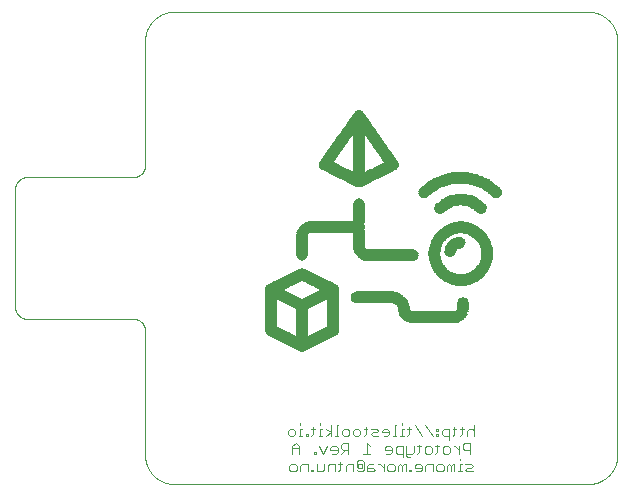
<source format=gbo>
G75*
%MOIN*%
%OFA0B0*%
%FSLAX25Y25*%
%IPPOS*%
%LPD*%
%AMOC8*
5,1,8,0,0,1.08239X$1,22.5*
%
%ADD10C,0.00000*%
%ADD11C,0.00300*%
%ADD12R,0.01102X0.00157*%
%ADD13R,0.01732X0.00157*%
%ADD14R,0.02362X0.00157*%
%ADD15R,0.02992X0.00157*%
%ADD16R,0.03622X0.00157*%
%ADD17R,0.04252X0.00157*%
%ADD18R,0.04882X0.00157*%
%ADD19R,0.05512X0.00157*%
%ADD20R,0.06142X0.00157*%
%ADD21R,0.06772X0.00157*%
%ADD22R,0.07402X0.00157*%
%ADD23R,0.08031X0.00157*%
%ADD24R,0.08661X0.00157*%
%ADD25R,0.09291X0.00157*%
%ADD26R,0.09921X0.00157*%
%ADD27R,0.10551X0.00157*%
%ADD28R,0.11181X0.00157*%
%ADD29R,0.11811X0.00157*%
%ADD30R,0.12441X0.00157*%
%ADD31R,0.13071X0.00157*%
%ADD32R,0.13701X0.00157*%
%ADD33R,0.14331X0.00157*%
%ADD34R,0.14961X0.00157*%
%ADD35R,0.15591X0.00157*%
%ADD36R,0.16220X0.00157*%
%ADD37R,0.16850X0.00157*%
%ADD38R,0.17480X0.00157*%
%ADD39R,0.18110X0.00157*%
%ADD40R,0.18740X0.00157*%
%ADD41R,0.19370X0.00157*%
%ADD42R,0.20000X0.00157*%
%ADD43R,0.20630X0.00157*%
%ADD44R,0.08504X0.00157*%
%ADD45R,0.03780X0.00157*%
%ADD46R,0.08346X0.00157*%
%ADD47R,0.08189X0.00157*%
%ADD48R,0.07874X0.00157*%
%ADD49R,0.07559X0.00157*%
%ADD50R,0.07244X0.00157*%
%ADD51R,0.07087X0.00157*%
%ADD52R,0.06457X0.00157*%
%ADD53R,0.05827X0.00157*%
%ADD54R,0.05197X0.00157*%
%ADD55R,0.04567X0.00157*%
%ADD56R,0.03937X0.00157*%
%ADD57R,0.15748X0.00157*%
%ADD58R,0.17638X0.00157*%
%ADD59R,0.18268X0.00157*%
%ADD60R,0.18898X0.00157*%
%ADD61R,0.19213X0.00157*%
%ADD62R,0.19685X0.00157*%
%ADD63R,0.20157X0.00157*%
%ADD64R,0.20472X0.00157*%
%ADD65R,0.20787X0.00157*%
%ADD66R,0.21102X0.00157*%
%ADD67R,0.21260X0.00157*%
%ADD68R,0.21417X0.00157*%
%ADD69R,0.21732X0.00157*%
%ADD70R,0.22047X0.00157*%
%ADD71R,0.22362X0.00157*%
%ADD72R,0.22520X0.00157*%
%ADD73R,0.22677X0.00157*%
%ADD74R,0.22992X0.00157*%
%ADD75R,0.23307X0.00157*%
%ADD76R,0.04409X0.00157*%
%ADD77R,0.04094X0.00157*%
%ADD78R,0.05039X0.00157*%
%ADD79R,0.05669X0.00157*%
%ADD80R,0.06299X0.00157*%
%ADD81R,0.06929X0.00157*%
%ADD82R,0.08819X0.00157*%
%ADD83R,0.09449X0.00157*%
%ADD84R,0.10079X0.00157*%
%ADD85R,0.10709X0.00157*%
%ADD86R,0.11339X0.00157*%
%ADD87R,0.11969X0.00157*%
%ADD88R,0.17953X0.00157*%
%ADD89R,0.12598X0.00157*%
%ADD90R,0.13228X0.00157*%
%ADD91R,0.13858X0.00157*%
%ADD92R,0.18425X0.00157*%
%ADD93R,0.14488X0.00157*%
%ADD94R,0.03465X0.00157*%
%ADD95R,0.15118X0.00157*%
%ADD96R,0.03307X0.00157*%
%ADD97R,0.03150X0.00157*%
%ADD98R,0.16378X0.00157*%
%ADD99R,0.02835X0.00157*%
%ADD100R,0.12126X0.00157*%
%ADD101R,0.02520X0.00157*%
%ADD102R,0.02205X0.00157*%
%ADD103R,0.11496X0.00157*%
%ADD104R,0.01575X0.00157*%
%ADD105R,0.17795X0.00157*%
%ADD106R,0.00472X0.00157*%
%ADD107R,0.10866X0.00157*%
%ADD108R,0.10236X0.00157*%
%ADD109R,0.17323X0.00157*%
%ADD110R,0.17165X0.00157*%
%ADD111R,0.09606X0.00157*%
%ADD112R,0.16535X0.00157*%
%ADD113R,0.08976X0.00157*%
%ADD114R,0.16063X0.00157*%
%ADD115R,0.14646X0.00157*%
%ADD116R,0.07717X0.00157*%
%ADD117R,0.06614X0.00157*%
%ADD118R,0.01890X0.00157*%
%ADD119R,0.05354X0.00157*%
%ADD120R,0.17008X0.00157*%
%ADD121R,0.11654X0.00157*%
%ADD122R,0.12283X0.00157*%
%ADD123R,0.12913X0.00157*%
%ADD124R,0.13543X0.00157*%
%ADD125R,0.14173X0.00157*%
%ADD126R,0.14803X0.00157*%
%ADD127R,0.15433X0.00157*%
%ADD128R,0.04724X0.00157*%
%ADD129R,0.00945X0.00157*%
%ADD130R,0.18583X0.00157*%
%ADD131R,0.02677X0.00157*%
%ADD132R,0.19528X0.00157*%
%ADD133R,0.20315X0.00157*%
%ADD134R,0.20945X0.00157*%
%ADD135R,0.05984X0.00157*%
%ADD136R,0.22205X0.00157*%
%ADD137R,0.21890X0.00157*%
%ADD138R,0.21575X0.00157*%
%ADD139R,0.01260X0.00157*%
%ADD140R,0.01417X0.00157*%
%ADD141R,0.02047X0.00157*%
%ADD142R,0.14016X0.00157*%
%ADD143R,0.13386X0.00157*%
%ADD144R,0.19055X0.00157*%
%ADD145R,0.12756X0.00157*%
%ADD146R,0.16693X0.00157*%
%ADD147R,0.15276X0.00157*%
%ADD148R,0.15906X0.00157*%
%ADD149R,0.11024X0.00157*%
%ADD150R,0.10394X0.00157*%
%ADD151R,0.00630X0.00157*%
D10*
X0056328Y0011043D02*
X0056328Y0052381D01*
X0056326Y0052505D01*
X0056320Y0052628D01*
X0056311Y0052752D01*
X0056297Y0052874D01*
X0056280Y0052997D01*
X0056258Y0053119D01*
X0056233Y0053240D01*
X0056204Y0053360D01*
X0056172Y0053479D01*
X0056135Y0053598D01*
X0056095Y0053715D01*
X0056052Y0053830D01*
X0056004Y0053945D01*
X0055953Y0054057D01*
X0055899Y0054168D01*
X0055841Y0054278D01*
X0055780Y0054385D01*
X0055715Y0054491D01*
X0055647Y0054594D01*
X0055576Y0054695D01*
X0055502Y0054794D01*
X0055425Y0054891D01*
X0055344Y0054985D01*
X0055261Y0055076D01*
X0055175Y0055165D01*
X0055086Y0055251D01*
X0054995Y0055334D01*
X0054901Y0055415D01*
X0054804Y0055492D01*
X0054705Y0055566D01*
X0054604Y0055637D01*
X0054501Y0055705D01*
X0054395Y0055770D01*
X0054288Y0055831D01*
X0054178Y0055889D01*
X0054067Y0055943D01*
X0053955Y0055994D01*
X0053840Y0056042D01*
X0053725Y0056085D01*
X0053608Y0056125D01*
X0053489Y0056162D01*
X0053370Y0056194D01*
X0053250Y0056223D01*
X0053129Y0056248D01*
X0053007Y0056270D01*
X0052884Y0056287D01*
X0052762Y0056301D01*
X0052638Y0056310D01*
X0052515Y0056316D01*
X0052391Y0056318D01*
X0016958Y0056318D01*
X0016834Y0056320D01*
X0016711Y0056326D01*
X0016587Y0056335D01*
X0016465Y0056349D01*
X0016342Y0056366D01*
X0016220Y0056388D01*
X0016099Y0056413D01*
X0015979Y0056442D01*
X0015860Y0056474D01*
X0015741Y0056511D01*
X0015624Y0056551D01*
X0015509Y0056594D01*
X0015394Y0056642D01*
X0015282Y0056693D01*
X0015171Y0056747D01*
X0015061Y0056805D01*
X0014954Y0056866D01*
X0014848Y0056931D01*
X0014745Y0056999D01*
X0014644Y0057070D01*
X0014545Y0057144D01*
X0014448Y0057221D01*
X0014354Y0057302D01*
X0014263Y0057385D01*
X0014174Y0057471D01*
X0014088Y0057560D01*
X0014005Y0057651D01*
X0013924Y0057745D01*
X0013847Y0057842D01*
X0013773Y0057941D01*
X0013702Y0058042D01*
X0013634Y0058145D01*
X0013569Y0058251D01*
X0013508Y0058358D01*
X0013450Y0058468D01*
X0013396Y0058579D01*
X0013345Y0058691D01*
X0013297Y0058806D01*
X0013254Y0058921D01*
X0013214Y0059038D01*
X0013177Y0059157D01*
X0013145Y0059276D01*
X0013116Y0059396D01*
X0013091Y0059517D01*
X0013069Y0059639D01*
X0013052Y0059762D01*
X0013038Y0059884D01*
X0013029Y0060008D01*
X0013023Y0060131D01*
X0013021Y0060255D01*
X0013021Y0099625D01*
X0013023Y0099749D01*
X0013029Y0099872D01*
X0013038Y0099996D01*
X0013052Y0100118D01*
X0013069Y0100241D01*
X0013091Y0100363D01*
X0013116Y0100484D01*
X0013145Y0100604D01*
X0013177Y0100723D01*
X0013214Y0100842D01*
X0013254Y0100959D01*
X0013297Y0101074D01*
X0013345Y0101189D01*
X0013396Y0101301D01*
X0013450Y0101412D01*
X0013508Y0101522D01*
X0013569Y0101629D01*
X0013634Y0101735D01*
X0013702Y0101838D01*
X0013773Y0101939D01*
X0013847Y0102038D01*
X0013924Y0102135D01*
X0014005Y0102229D01*
X0014088Y0102320D01*
X0014174Y0102409D01*
X0014263Y0102495D01*
X0014354Y0102578D01*
X0014448Y0102659D01*
X0014545Y0102736D01*
X0014644Y0102810D01*
X0014745Y0102881D01*
X0014848Y0102949D01*
X0014954Y0103014D01*
X0015061Y0103075D01*
X0015171Y0103133D01*
X0015282Y0103187D01*
X0015394Y0103238D01*
X0015509Y0103286D01*
X0015624Y0103329D01*
X0015741Y0103369D01*
X0015860Y0103406D01*
X0015979Y0103438D01*
X0016099Y0103467D01*
X0016220Y0103492D01*
X0016342Y0103514D01*
X0016465Y0103531D01*
X0016587Y0103545D01*
X0016711Y0103554D01*
X0016834Y0103560D01*
X0016958Y0103562D01*
X0052391Y0103562D01*
X0052515Y0103564D01*
X0052638Y0103570D01*
X0052762Y0103579D01*
X0052884Y0103593D01*
X0053007Y0103610D01*
X0053129Y0103632D01*
X0053250Y0103657D01*
X0053370Y0103686D01*
X0053489Y0103718D01*
X0053608Y0103755D01*
X0053725Y0103795D01*
X0053840Y0103838D01*
X0053955Y0103886D01*
X0054067Y0103937D01*
X0054178Y0103991D01*
X0054288Y0104049D01*
X0054395Y0104110D01*
X0054501Y0104175D01*
X0054604Y0104243D01*
X0054705Y0104314D01*
X0054804Y0104388D01*
X0054901Y0104465D01*
X0054995Y0104546D01*
X0055086Y0104629D01*
X0055175Y0104715D01*
X0055261Y0104804D01*
X0055344Y0104895D01*
X0055425Y0104989D01*
X0055502Y0105086D01*
X0055576Y0105185D01*
X0055647Y0105286D01*
X0055715Y0105389D01*
X0055780Y0105495D01*
X0055841Y0105602D01*
X0055899Y0105712D01*
X0055953Y0105823D01*
X0056004Y0105935D01*
X0056052Y0106050D01*
X0056095Y0106165D01*
X0056135Y0106282D01*
X0056172Y0106401D01*
X0056204Y0106520D01*
X0056233Y0106640D01*
X0056258Y0106761D01*
X0056280Y0106883D01*
X0056297Y0107006D01*
X0056311Y0107128D01*
X0056320Y0107252D01*
X0056326Y0107375D01*
X0056328Y0107499D01*
X0056328Y0148838D01*
X0056331Y0149076D01*
X0056339Y0149314D01*
X0056354Y0149551D01*
X0056374Y0149788D01*
X0056400Y0150024D01*
X0056431Y0150260D01*
X0056468Y0150495D01*
X0056511Y0150729D01*
X0056560Y0150962D01*
X0056614Y0151194D01*
X0056674Y0151424D01*
X0056739Y0151653D01*
X0056810Y0151880D01*
X0056886Y0152105D01*
X0056968Y0152328D01*
X0057055Y0152550D01*
X0057147Y0152769D01*
X0057245Y0152986D01*
X0057347Y0153200D01*
X0057455Y0153412D01*
X0057569Y0153622D01*
X0057687Y0153828D01*
X0057810Y0154032D01*
X0057938Y0154232D01*
X0058070Y0154429D01*
X0058208Y0154624D01*
X0058350Y0154814D01*
X0058497Y0155002D01*
X0058648Y0155185D01*
X0058803Y0155365D01*
X0058963Y0155541D01*
X0059127Y0155713D01*
X0059296Y0155882D01*
X0059468Y0156046D01*
X0059644Y0156206D01*
X0059824Y0156361D01*
X0060007Y0156512D01*
X0060195Y0156659D01*
X0060385Y0156801D01*
X0060580Y0156939D01*
X0060777Y0157071D01*
X0060977Y0157199D01*
X0061181Y0157322D01*
X0061387Y0157440D01*
X0061597Y0157554D01*
X0061809Y0157662D01*
X0062023Y0157764D01*
X0062240Y0157862D01*
X0062459Y0157954D01*
X0062681Y0158041D01*
X0062904Y0158123D01*
X0063129Y0158199D01*
X0063356Y0158270D01*
X0063585Y0158335D01*
X0063815Y0158395D01*
X0064047Y0158449D01*
X0064280Y0158498D01*
X0064514Y0158541D01*
X0064749Y0158578D01*
X0064985Y0158609D01*
X0065221Y0158635D01*
X0065458Y0158655D01*
X0065695Y0158670D01*
X0065933Y0158678D01*
X0066171Y0158681D01*
X0066171Y0158680D02*
X0203966Y0158680D01*
X0203966Y0158681D02*
X0204204Y0158678D01*
X0204442Y0158670D01*
X0204679Y0158655D01*
X0204916Y0158635D01*
X0205152Y0158609D01*
X0205388Y0158578D01*
X0205623Y0158541D01*
X0205857Y0158498D01*
X0206090Y0158449D01*
X0206322Y0158395D01*
X0206552Y0158335D01*
X0206781Y0158270D01*
X0207008Y0158199D01*
X0207233Y0158123D01*
X0207456Y0158041D01*
X0207678Y0157954D01*
X0207897Y0157862D01*
X0208114Y0157764D01*
X0208328Y0157662D01*
X0208540Y0157554D01*
X0208750Y0157440D01*
X0208956Y0157322D01*
X0209160Y0157199D01*
X0209360Y0157071D01*
X0209557Y0156939D01*
X0209752Y0156801D01*
X0209942Y0156659D01*
X0210130Y0156512D01*
X0210313Y0156361D01*
X0210493Y0156206D01*
X0210669Y0156046D01*
X0210841Y0155882D01*
X0211010Y0155713D01*
X0211174Y0155541D01*
X0211334Y0155365D01*
X0211489Y0155185D01*
X0211640Y0155002D01*
X0211787Y0154814D01*
X0211929Y0154624D01*
X0212067Y0154429D01*
X0212199Y0154232D01*
X0212327Y0154032D01*
X0212450Y0153828D01*
X0212568Y0153622D01*
X0212682Y0153412D01*
X0212790Y0153200D01*
X0212892Y0152986D01*
X0212990Y0152769D01*
X0213082Y0152550D01*
X0213169Y0152328D01*
X0213251Y0152105D01*
X0213327Y0151880D01*
X0213398Y0151653D01*
X0213463Y0151424D01*
X0213523Y0151194D01*
X0213577Y0150962D01*
X0213626Y0150729D01*
X0213669Y0150495D01*
X0213706Y0150260D01*
X0213737Y0150024D01*
X0213763Y0149788D01*
X0213783Y0149551D01*
X0213798Y0149314D01*
X0213806Y0149076D01*
X0213809Y0148838D01*
X0213808Y0148838D02*
X0213808Y0011043D01*
X0213809Y0011043D02*
X0213806Y0010805D01*
X0213798Y0010567D01*
X0213783Y0010330D01*
X0213763Y0010093D01*
X0213737Y0009857D01*
X0213706Y0009621D01*
X0213669Y0009386D01*
X0213626Y0009152D01*
X0213577Y0008919D01*
X0213523Y0008687D01*
X0213463Y0008457D01*
X0213398Y0008228D01*
X0213327Y0008001D01*
X0213251Y0007776D01*
X0213169Y0007553D01*
X0213082Y0007331D01*
X0212990Y0007112D01*
X0212892Y0006895D01*
X0212790Y0006681D01*
X0212682Y0006469D01*
X0212568Y0006259D01*
X0212450Y0006053D01*
X0212327Y0005849D01*
X0212199Y0005649D01*
X0212067Y0005452D01*
X0211929Y0005257D01*
X0211787Y0005067D01*
X0211640Y0004879D01*
X0211489Y0004696D01*
X0211334Y0004516D01*
X0211174Y0004340D01*
X0211010Y0004168D01*
X0210841Y0003999D01*
X0210669Y0003835D01*
X0210493Y0003675D01*
X0210313Y0003520D01*
X0210130Y0003369D01*
X0209942Y0003222D01*
X0209752Y0003080D01*
X0209557Y0002942D01*
X0209360Y0002810D01*
X0209160Y0002682D01*
X0208956Y0002559D01*
X0208750Y0002441D01*
X0208540Y0002327D01*
X0208328Y0002219D01*
X0208114Y0002117D01*
X0207897Y0002019D01*
X0207678Y0001927D01*
X0207456Y0001840D01*
X0207233Y0001758D01*
X0207008Y0001682D01*
X0206781Y0001611D01*
X0206552Y0001546D01*
X0206322Y0001486D01*
X0206090Y0001432D01*
X0205857Y0001383D01*
X0205623Y0001340D01*
X0205388Y0001303D01*
X0205152Y0001272D01*
X0204916Y0001246D01*
X0204679Y0001226D01*
X0204442Y0001211D01*
X0204204Y0001203D01*
X0203966Y0001200D01*
X0066171Y0001200D01*
X0065933Y0001203D01*
X0065695Y0001211D01*
X0065458Y0001226D01*
X0065221Y0001246D01*
X0064985Y0001272D01*
X0064749Y0001303D01*
X0064514Y0001340D01*
X0064280Y0001383D01*
X0064047Y0001432D01*
X0063815Y0001486D01*
X0063585Y0001546D01*
X0063356Y0001611D01*
X0063129Y0001682D01*
X0062904Y0001758D01*
X0062681Y0001840D01*
X0062459Y0001927D01*
X0062240Y0002019D01*
X0062023Y0002117D01*
X0061809Y0002219D01*
X0061597Y0002327D01*
X0061387Y0002441D01*
X0061181Y0002559D01*
X0060977Y0002682D01*
X0060777Y0002810D01*
X0060580Y0002942D01*
X0060385Y0003080D01*
X0060195Y0003222D01*
X0060007Y0003369D01*
X0059824Y0003520D01*
X0059644Y0003675D01*
X0059468Y0003835D01*
X0059296Y0003999D01*
X0059127Y0004168D01*
X0058963Y0004340D01*
X0058803Y0004516D01*
X0058648Y0004696D01*
X0058497Y0004879D01*
X0058350Y0005067D01*
X0058208Y0005257D01*
X0058070Y0005452D01*
X0057938Y0005649D01*
X0057810Y0005849D01*
X0057687Y0006053D01*
X0057569Y0006259D01*
X0057455Y0006469D01*
X0057347Y0006681D01*
X0057245Y0006895D01*
X0057147Y0007112D01*
X0057055Y0007331D01*
X0056968Y0007553D01*
X0056886Y0007776D01*
X0056810Y0008001D01*
X0056739Y0008228D01*
X0056674Y0008457D01*
X0056614Y0008687D01*
X0056560Y0008919D01*
X0056511Y0009152D01*
X0056468Y0009386D01*
X0056431Y0009621D01*
X0056400Y0009857D01*
X0056374Y0010093D01*
X0056354Y0010330D01*
X0056339Y0010567D01*
X0056331Y0010805D01*
X0056328Y0011043D01*
D11*
X0103894Y0017874D02*
X0104500Y0017267D01*
X0105714Y0017267D01*
X0106320Y0017874D01*
X0106320Y0019087D01*
X0105714Y0019694D01*
X0104500Y0019694D01*
X0103894Y0019087D01*
X0103894Y0017874D01*
X0107524Y0017267D02*
X0108737Y0017267D01*
X0108130Y0017267D02*
X0108130Y0019694D01*
X0108737Y0019694D01*
X0108130Y0020907D02*
X0108130Y0021514D01*
X0111753Y0019694D02*
X0112966Y0019694D01*
X0112360Y0020301D02*
X0112360Y0017874D01*
X0111753Y0017267D01*
X0110550Y0017267D02*
X0109943Y0017267D01*
X0109943Y0017874D01*
X0110550Y0017874D01*
X0110550Y0017267D01*
X0114170Y0017267D02*
X0115383Y0017267D01*
X0114777Y0017267D02*
X0114777Y0019694D01*
X0115383Y0019694D01*
X0116584Y0019694D02*
X0118404Y0018481D01*
X0116584Y0017267D01*
X0118404Y0017267D02*
X0118404Y0020907D01*
X0120214Y0020907D02*
X0120214Y0017267D01*
X0119608Y0017267D02*
X0120821Y0017267D01*
X0122019Y0017874D02*
X0122019Y0019087D01*
X0122626Y0019694D01*
X0123839Y0019694D01*
X0124446Y0019087D01*
X0124446Y0017874D01*
X0123839Y0017267D01*
X0122626Y0017267D01*
X0122019Y0017874D01*
X0122324Y0015002D02*
X0121717Y0014395D01*
X0121717Y0013182D01*
X0122324Y0012575D01*
X0124144Y0012575D01*
X0124144Y0011362D02*
X0124144Y0015002D01*
X0122324Y0015002D01*
X0120519Y0013182D02*
X0119912Y0013789D01*
X0118699Y0013789D01*
X0118092Y0013182D01*
X0118092Y0012575D01*
X0120519Y0012575D01*
X0120519Y0011968D02*
X0120519Y0013182D01*
X0120519Y0011968D02*
X0119912Y0011362D01*
X0118699Y0011362D01*
X0121717Y0011362D02*
X0122931Y0012575D01*
X0121423Y0008490D02*
X0121423Y0006063D01*
X0120816Y0005456D01*
X0119613Y0005456D02*
X0119613Y0007883D01*
X0117792Y0007883D01*
X0117186Y0007276D01*
X0117186Y0005456D01*
X0115987Y0006063D02*
X0115987Y0007883D01*
X0115987Y0006063D02*
X0115381Y0005456D01*
X0113561Y0005456D01*
X0113561Y0007883D01*
X0112362Y0006063D02*
X0111756Y0006063D01*
X0111756Y0005456D01*
X0112362Y0005456D01*
X0112362Y0006063D01*
X0110550Y0005456D02*
X0110550Y0007883D01*
X0108730Y0007883D01*
X0108123Y0007276D01*
X0108123Y0005456D01*
X0106925Y0006063D02*
X0106925Y0007276D01*
X0106318Y0007883D01*
X0105105Y0007883D01*
X0104498Y0007276D01*
X0104498Y0006063D01*
X0105105Y0005456D01*
X0106318Y0005456D01*
X0106925Y0006063D01*
X0107831Y0011362D02*
X0107831Y0013789D01*
X0106617Y0015002D01*
X0105404Y0013789D01*
X0105404Y0011362D01*
X0105404Y0013182D02*
X0107831Y0013182D01*
X0112662Y0011968D02*
X0112662Y0011362D01*
X0113269Y0011362D01*
X0113269Y0011968D01*
X0112662Y0011968D01*
X0114467Y0013789D02*
X0115680Y0011362D01*
X0116894Y0013789D01*
X0120816Y0007883D02*
X0122029Y0007883D01*
X0123228Y0007276D02*
X0123228Y0005456D01*
X0123228Y0007276D02*
X0123834Y0007883D01*
X0125654Y0007883D01*
X0125654Y0005456D01*
X0126853Y0006063D02*
X0127459Y0005456D01*
X0128673Y0005456D01*
X0129280Y0006063D01*
X0129280Y0008490D01*
X0128673Y0009096D01*
X0127459Y0009096D01*
X0126853Y0008490D01*
X0126853Y0007276D01*
X0127459Y0006670D01*
X0127459Y0007883D01*
X0128673Y0007883D01*
X0128673Y0006670D01*
X0127459Y0006670D01*
X0130478Y0006670D02*
X0132298Y0006670D01*
X0132905Y0006063D01*
X0132298Y0005456D01*
X0130478Y0005456D01*
X0130478Y0007276D01*
X0131085Y0007883D01*
X0132298Y0007883D01*
X0134106Y0007883D02*
X0134712Y0007883D01*
X0135926Y0006670D01*
X0135926Y0007883D02*
X0135926Y0005456D01*
X0137124Y0006063D02*
X0137124Y0007276D01*
X0137731Y0007883D01*
X0138944Y0007883D01*
X0139551Y0007276D01*
X0139551Y0006063D01*
X0138944Y0005456D01*
X0137731Y0005456D01*
X0137124Y0006063D01*
X0140749Y0005456D02*
X0140749Y0007276D01*
X0141356Y0007883D01*
X0141963Y0007276D01*
X0141963Y0005456D01*
X0143176Y0005456D02*
X0143176Y0007883D01*
X0142569Y0007883D01*
X0141963Y0007276D01*
X0144382Y0006063D02*
X0144382Y0005456D01*
X0144988Y0005456D01*
X0144988Y0006063D01*
X0144382Y0006063D01*
X0146187Y0006670D02*
X0148614Y0006670D01*
X0148614Y0007276D02*
X0148007Y0007883D01*
X0146794Y0007883D01*
X0146187Y0007276D01*
X0146187Y0006670D01*
X0146794Y0005456D02*
X0148007Y0005456D01*
X0148614Y0006063D01*
X0148614Y0007276D01*
X0149812Y0007276D02*
X0149812Y0005456D01*
X0149812Y0007276D02*
X0150419Y0007883D01*
X0152239Y0007883D01*
X0152239Y0005456D01*
X0153437Y0006063D02*
X0153437Y0007276D01*
X0154044Y0007883D01*
X0155257Y0007883D01*
X0155864Y0007276D01*
X0155864Y0006063D01*
X0155257Y0005456D01*
X0154044Y0005456D01*
X0153437Y0006063D01*
X0157062Y0005456D02*
X0157062Y0007276D01*
X0157669Y0007883D01*
X0158276Y0007276D01*
X0158276Y0005456D01*
X0159489Y0005456D02*
X0159489Y0007883D01*
X0158882Y0007883D01*
X0158276Y0007276D01*
X0160692Y0005456D02*
X0161906Y0005456D01*
X0161299Y0005456D02*
X0161299Y0007883D01*
X0161906Y0007883D01*
X0163104Y0007883D02*
X0164924Y0007883D01*
X0165531Y0007276D01*
X0164924Y0006670D01*
X0163711Y0006670D01*
X0163104Y0006063D01*
X0163711Y0005456D01*
X0165531Y0005456D01*
X0161299Y0009096D02*
X0161299Y0009703D01*
X0160999Y0011362D02*
X0160999Y0013789D01*
X0159786Y0013789D02*
X0159179Y0013789D01*
X0159786Y0013789D02*
X0160999Y0012575D01*
X0162198Y0013182D02*
X0162805Y0012575D01*
X0164625Y0012575D01*
X0164625Y0011362D02*
X0164625Y0015002D01*
X0162805Y0015002D01*
X0162198Y0014395D01*
X0162198Y0013182D01*
X0161297Y0017267D02*
X0161903Y0017874D01*
X0161903Y0020301D01*
X0161297Y0019694D02*
X0162510Y0019694D01*
X0163708Y0019087D02*
X0163708Y0017267D01*
X0163708Y0019087D02*
X0164315Y0019694D01*
X0165528Y0019694D01*
X0166135Y0019087D01*
X0166135Y0020907D02*
X0166135Y0017267D01*
X0160093Y0019694D02*
X0158880Y0019694D01*
X0159487Y0020301D02*
X0159487Y0017874D01*
X0158880Y0017267D01*
X0157676Y0017267D02*
X0155856Y0017267D01*
X0155250Y0017874D01*
X0155250Y0019087D01*
X0155856Y0019694D01*
X0157676Y0019694D01*
X0157676Y0016054D01*
X0157372Y0013789D02*
X0156158Y0013789D01*
X0155552Y0013182D01*
X0155552Y0011968D01*
X0156158Y0011362D01*
X0157372Y0011362D01*
X0157979Y0011968D01*
X0157979Y0013182D01*
X0157372Y0013789D01*
X0154353Y0013789D02*
X0153140Y0013789D01*
X0153747Y0014395D02*
X0153747Y0011968D01*
X0153140Y0011362D01*
X0151937Y0011968D02*
X0151937Y0013182D01*
X0151330Y0013789D01*
X0150117Y0013789D01*
X0149510Y0013182D01*
X0149510Y0011968D01*
X0150117Y0011362D01*
X0151330Y0011362D01*
X0151937Y0011968D01*
X0148312Y0013789D02*
X0147098Y0013789D01*
X0147705Y0014395D02*
X0147705Y0011968D01*
X0147098Y0011362D01*
X0145895Y0011968D02*
X0145895Y0013789D01*
X0145895Y0011968D02*
X0145288Y0011362D01*
X0143468Y0011362D01*
X0143468Y0010755D02*
X0144075Y0010148D01*
X0144681Y0010148D01*
X0143468Y0010755D02*
X0143468Y0013789D01*
X0142270Y0013789D02*
X0140450Y0013789D01*
X0139843Y0013182D01*
X0139843Y0011968D01*
X0140450Y0011362D01*
X0142270Y0011362D01*
X0142270Y0010148D02*
X0142270Y0013789D01*
X0142572Y0017267D02*
X0141358Y0017267D01*
X0141965Y0017267D02*
X0141965Y0019694D01*
X0142572Y0019694D01*
X0143775Y0019694D02*
X0144988Y0019694D01*
X0144382Y0020301D02*
X0144382Y0017874D01*
X0143775Y0017267D01*
X0140155Y0017267D02*
X0138942Y0017267D01*
X0139548Y0017267D02*
X0139548Y0020907D01*
X0140155Y0020907D01*
X0141965Y0020907D02*
X0141965Y0021514D01*
X0146187Y0020907D02*
X0148614Y0017267D01*
X0152239Y0017267D02*
X0149812Y0020907D01*
X0153445Y0019694D02*
X0153445Y0019087D01*
X0154051Y0019087D01*
X0154051Y0019694D01*
X0153445Y0019694D01*
X0153445Y0017874D02*
X0153445Y0017267D01*
X0154051Y0017267D01*
X0154051Y0017874D01*
X0153445Y0017874D01*
X0138644Y0013182D02*
X0138644Y0011968D01*
X0138038Y0011362D01*
X0136824Y0011362D01*
X0136218Y0012575D02*
X0138644Y0012575D01*
X0138644Y0013182D02*
X0138038Y0013789D01*
X0136824Y0013789D01*
X0136218Y0013182D01*
X0136218Y0012575D01*
X0131394Y0011362D02*
X0128967Y0011362D01*
X0130181Y0011362D02*
X0130181Y0015002D01*
X0131394Y0013789D01*
X0132293Y0017267D02*
X0131686Y0017874D01*
X0132293Y0018481D01*
X0133506Y0018481D01*
X0134113Y0019087D01*
X0133506Y0019694D01*
X0131686Y0019694D01*
X0130488Y0019694D02*
X0129275Y0019694D01*
X0129881Y0020301D02*
X0129881Y0017874D01*
X0129275Y0017267D01*
X0128071Y0017874D02*
X0127465Y0017267D01*
X0126251Y0017267D01*
X0125644Y0017874D01*
X0125644Y0019087D01*
X0126251Y0019694D01*
X0127465Y0019694D01*
X0128071Y0019087D01*
X0128071Y0017874D01*
X0132293Y0017267D02*
X0134113Y0017267D01*
X0135311Y0018481D02*
X0137738Y0018481D01*
X0137738Y0019087D02*
X0137132Y0019694D01*
X0135918Y0019694D01*
X0135311Y0019087D01*
X0135311Y0018481D01*
X0135918Y0017267D02*
X0137132Y0017267D01*
X0137738Y0017874D01*
X0137738Y0019087D01*
X0120821Y0020907D02*
X0120214Y0020907D01*
X0114777Y0020907D02*
X0114777Y0021514D01*
D12*
X0108769Y0045294D03*
X0158060Y0076948D03*
X0127667Y0100098D03*
D13*
X0108612Y0075846D03*
X0108769Y0045452D03*
X0160895Y0083247D03*
D14*
X0158060Y0077263D03*
X0168297Y0091594D03*
X0149399Y0096791D03*
X0127667Y0125137D03*
X0108769Y0045609D03*
D15*
X0108769Y0045767D03*
X0158060Y0077578D03*
X0160738Y0082932D03*
X0154753Y0091909D03*
X0149399Y0097106D03*
X0168297Y0091909D03*
X0127667Y0124822D03*
D16*
X0154753Y0092224D03*
X0158060Y0078208D03*
X0158060Y0078050D03*
X0162312Y0061987D03*
X0162312Y0061830D03*
X0173336Y0097420D03*
X0108612Y0076948D03*
X0108769Y0045924D03*
D17*
X0108769Y0046082D03*
X0118848Y0053326D03*
X0098533Y0053326D03*
X0142312Y0060728D03*
X0153966Y0073641D03*
X0153808Y0073956D03*
X0153651Y0074113D03*
X0153651Y0074271D03*
X0158375Y0079310D03*
X0153808Y0081672D03*
X0153808Y0081830D03*
X0153966Y0081987D03*
X0153651Y0081515D03*
X0169241Y0081987D03*
X0169399Y0081672D03*
X0169556Y0081515D03*
X0169556Y0081357D03*
X0169556Y0074271D03*
X0169556Y0074113D03*
X0169399Y0073956D03*
X0169241Y0073641D03*
X0167982Y0092696D03*
X0173178Y0097893D03*
X0149714Y0097893D03*
D18*
X0150029Y0098365D03*
X0138375Y0108129D03*
X0127667Y0123562D03*
X0172864Y0098365D03*
X0168297Y0083247D03*
X0168454Y0083090D03*
X0160423Y0082145D03*
X0154911Y0083247D03*
X0154753Y0083090D03*
X0154753Y0072539D03*
X0154911Y0072381D03*
X0168297Y0072381D03*
X0168454Y0072539D03*
X0141840Y0061200D03*
X0118533Y0053011D03*
X0108769Y0046239D03*
X0098848Y0053011D03*
D19*
X0099163Y0052696D03*
X0108769Y0046397D03*
X0118218Y0052696D03*
X0155541Y0071751D03*
X0159163Y0079783D03*
X0160265Y0081672D03*
X0155541Y0083877D03*
X0167667Y0083877D03*
X0167352Y0093326D03*
X0161525Y0097420D03*
X0150344Y0098838D03*
X0138060Y0107814D03*
X0127667Y0123090D03*
X0167667Y0071751D03*
D20*
X0166879Y0071279D03*
X0156328Y0071279D03*
X0159635Y0080413D03*
X0159793Y0080728D03*
X0156328Y0084350D03*
X0166879Y0084350D03*
X0171761Y0099468D03*
X0151289Y0099625D03*
X0151131Y0099468D03*
X0137745Y0107499D03*
X0127667Y0122617D03*
X0117430Y0107657D03*
X0117903Y0065767D03*
X0099478Y0065767D03*
X0099478Y0052381D03*
X0108769Y0046554D03*
X0117903Y0052381D03*
D21*
X0117588Y0052066D03*
X0108769Y0046712D03*
X0099793Y0052066D03*
X0099793Y0065452D03*
X0117588Y0065452D03*
X0156643Y0071121D03*
X0166564Y0071121D03*
X0166564Y0093798D03*
X0170816Y0100098D03*
X0152076Y0100098D03*
X0137430Y0107184D03*
X0127667Y0122145D03*
X0117745Y0107342D03*
D22*
X0127667Y0121672D03*
X0137115Y0106869D03*
X0152864Y0100570D03*
X0169871Y0100570D03*
X0166092Y0084665D03*
X0157115Y0084665D03*
X0157115Y0070964D03*
X0166092Y0070964D03*
X0117273Y0065137D03*
X0117273Y0051751D03*
X0108769Y0046869D03*
X0100108Y0065137D03*
X0100265Y0066554D03*
D23*
X0100423Y0064822D03*
X0100738Y0051279D03*
X0108769Y0047027D03*
X0116643Y0051279D03*
X0116958Y0064822D03*
X0116801Y0066869D03*
X0153651Y0100885D03*
X0136486Y0106397D03*
X0118690Y0106554D03*
D24*
X0119635Y0105924D03*
X0119950Y0105767D03*
X0120265Y0105609D03*
X0120580Y0105452D03*
X0120895Y0105294D03*
X0121210Y0105137D03*
X0127667Y0120885D03*
X0154123Y0101043D03*
X0168769Y0101043D03*
X0116643Y0064507D03*
X0100738Y0064507D03*
X0115068Y0050334D03*
X0115383Y0050491D03*
X0115698Y0050649D03*
X0108769Y0047184D03*
D25*
X0108769Y0047342D03*
X0116328Y0064192D03*
X0101052Y0064192D03*
X0161525Y0096791D03*
X0168139Y0101200D03*
X0127667Y0120413D03*
D26*
X0127667Y0119940D03*
X0161525Y0096633D03*
X0116013Y0063877D03*
X0101367Y0063877D03*
X0108769Y0047499D03*
D27*
X0108769Y0047657D03*
X0115698Y0063562D03*
X0101682Y0063562D03*
X0161525Y0096476D03*
X0127667Y0119468D03*
D28*
X0127667Y0118995D03*
X0161525Y0104192D03*
X0161525Y0096318D03*
X0115383Y0063247D03*
X0101997Y0063247D03*
X0108769Y0047814D03*
D29*
X0108769Y0047972D03*
X0115068Y0062932D03*
X0102312Y0062932D03*
X0127667Y0118523D03*
D30*
X0132864Y0065137D03*
X0108769Y0048129D03*
D31*
X0108769Y0048287D03*
X0161525Y0095688D03*
X0127667Y0117735D03*
D32*
X0108769Y0048444D03*
D33*
X0108769Y0048602D03*
X0161525Y0095216D03*
D34*
X0161525Y0094901D03*
X0108769Y0048759D03*
D35*
X0108769Y0048917D03*
D36*
X0108769Y0049074D03*
D37*
X0108769Y0049231D03*
X0133651Y0064035D03*
X0152549Y0055058D03*
D38*
X0133808Y0063562D03*
X0108769Y0049389D03*
D39*
X0108769Y0049546D03*
X0134123Y0062932D03*
D40*
X0108769Y0049704D03*
D41*
X0108769Y0049861D03*
X0137588Y0076318D03*
X0119793Y0088287D03*
D42*
X0119478Y0087972D03*
X0137430Y0076633D03*
X0108769Y0050019D03*
D43*
X0108769Y0050176D03*
X0136171Y0078995D03*
X0119163Y0087657D03*
D44*
X0113257Y0068759D03*
X0113572Y0068602D03*
X0113887Y0068444D03*
X0114202Y0068287D03*
X0114517Y0068129D03*
X0114832Y0067972D03*
X0115147Y0067814D03*
X0115462Y0067657D03*
X0115777Y0067499D03*
X0104123Y0068759D03*
X0103808Y0068602D03*
X0103493Y0068444D03*
X0103178Y0068287D03*
X0102864Y0068129D03*
X0102549Y0067972D03*
X0102234Y0067814D03*
X0101919Y0067657D03*
X0101446Y0050806D03*
X0101761Y0050649D03*
X0102076Y0050491D03*
X0102391Y0050334D03*
X0115934Y0050806D03*
X0133887Y0104980D03*
X0134202Y0105137D03*
X0134517Y0105294D03*
X0134832Y0105452D03*
X0135147Y0105609D03*
X0135462Y0105767D03*
X0129950Y0117578D03*
X0119399Y0106082D03*
D45*
X0127588Y0106082D03*
X0127588Y0106239D03*
X0127588Y0106397D03*
X0127588Y0106554D03*
X0127588Y0106712D03*
X0127588Y0106869D03*
X0127588Y0107027D03*
X0127588Y0107184D03*
X0127588Y0107342D03*
X0127588Y0107499D03*
X0127588Y0107657D03*
X0127588Y0107814D03*
X0127588Y0107972D03*
X0127588Y0108129D03*
X0127588Y0108287D03*
X0127588Y0108444D03*
X0127588Y0108602D03*
X0127588Y0108759D03*
X0127588Y0108917D03*
X0127588Y0109074D03*
X0127588Y0109231D03*
X0127588Y0109389D03*
X0127588Y0109546D03*
X0127588Y0109704D03*
X0127588Y0109861D03*
X0127588Y0110019D03*
X0127588Y0110176D03*
X0127588Y0110334D03*
X0127588Y0110491D03*
X0127588Y0110649D03*
X0127588Y0110806D03*
X0127588Y0110964D03*
X0127588Y0111121D03*
X0127588Y0111279D03*
X0127588Y0111436D03*
X0127588Y0111594D03*
X0127588Y0111751D03*
X0127588Y0111909D03*
X0127588Y0112066D03*
X0127588Y0112224D03*
X0127588Y0112381D03*
X0127588Y0112539D03*
X0127588Y0112696D03*
X0127588Y0112854D03*
X0127588Y0113011D03*
X0127588Y0113169D03*
X0127588Y0113326D03*
X0127588Y0113483D03*
X0127588Y0113641D03*
X0127588Y0113798D03*
X0127588Y0113956D03*
X0127588Y0114113D03*
X0127588Y0114271D03*
X0127588Y0114428D03*
X0127588Y0114586D03*
X0127588Y0114743D03*
X0127588Y0114901D03*
X0127588Y0115058D03*
X0127588Y0115216D03*
X0127588Y0115373D03*
X0127588Y0115531D03*
X0127588Y0115688D03*
X0127588Y0115846D03*
X0127588Y0116003D03*
X0127588Y0116161D03*
X0127588Y0116318D03*
X0127588Y0116476D03*
X0127588Y0116633D03*
X0127588Y0116791D03*
X0127588Y0116948D03*
X0127588Y0117106D03*
X0127588Y0117263D03*
X0127588Y0117420D03*
X0127588Y0124350D03*
X0127588Y0105924D03*
X0127588Y0105767D03*
X0127588Y0105609D03*
X0127588Y0105452D03*
X0127588Y0105294D03*
X0127588Y0105137D03*
X0127588Y0094743D03*
X0127588Y0094586D03*
X0127588Y0094428D03*
X0127588Y0094271D03*
X0127588Y0094113D03*
X0127588Y0093956D03*
X0127588Y0093798D03*
X0127588Y0093641D03*
X0127588Y0093483D03*
X0127588Y0093326D03*
X0127588Y0093169D03*
X0127588Y0093011D03*
X0127588Y0092854D03*
X0127588Y0092696D03*
X0127588Y0092539D03*
X0127588Y0092381D03*
X0127588Y0092224D03*
X0127588Y0092066D03*
X0127588Y0091909D03*
X0127588Y0091751D03*
X0127588Y0091594D03*
X0127588Y0091436D03*
X0127588Y0091279D03*
X0127588Y0091121D03*
X0127588Y0090964D03*
X0127588Y0090806D03*
X0127588Y0090649D03*
X0127588Y0090491D03*
X0127588Y0090334D03*
X0127588Y0090176D03*
X0127588Y0090019D03*
X0127588Y0089861D03*
X0127588Y0089704D03*
X0127588Y0089546D03*
X0127588Y0089389D03*
X0127588Y0089231D03*
X0127588Y0089074D03*
X0127588Y0088917D03*
X0127588Y0088759D03*
X0127588Y0088602D03*
X0127588Y0084822D03*
X0127588Y0084665D03*
X0127588Y0084507D03*
X0127588Y0084350D03*
X0127588Y0084192D03*
X0127588Y0084035D03*
X0127588Y0083877D03*
X0127588Y0083720D03*
X0127588Y0083562D03*
X0127588Y0083405D03*
X0127588Y0083247D03*
X0127588Y0083090D03*
X0127588Y0082932D03*
X0127588Y0082775D03*
X0127588Y0082617D03*
X0127588Y0082460D03*
X0127588Y0082302D03*
X0127588Y0082145D03*
X0127588Y0081987D03*
X0127588Y0081830D03*
X0127588Y0081672D03*
X0127588Y0081515D03*
X0127588Y0081357D03*
X0127588Y0081200D03*
X0127588Y0081043D03*
X0127588Y0080885D03*
X0127588Y0080728D03*
X0127588Y0080570D03*
X0127588Y0080413D03*
X0127588Y0080255D03*
X0127588Y0080098D03*
X0108690Y0080098D03*
X0108690Y0080255D03*
X0108690Y0080413D03*
X0108690Y0080570D03*
X0108690Y0080728D03*
X0108690Y0080885D03*
X0108690Y0081043D03*
X0108690Y0081200D03*
X0108690Y0081357D03*
X0108690Y0081515D03*
X0108690Y0081672D03*
X0108690Y0081830D03*
X0108690Y0081987D03*
X0108690Y0082145D03*
X0108690Y0082302D03*
X0108690Y0082460D03*
X0108690Y0082617D03*
X0108690Y0082775D03*
X0108690Y0082932D03*
X0108690Y0083090D03*
X0108690Y0083247D03*
X0108690Y0083405D03*
X0108690Y0083562D03*
X0108690Y0083720D03*
X0108690Y0083877D03*
X0108690Y0084035D03*
X0108690Y0079940D03*
X0108690Y0079783D03*
X0108690Y0079625D03*
X0108690Y0079468D03*
X0108690Y0079310D03*
X0108690Y0079153D03*
X0108690Y0078995D03*
X0108690Y0078838D03*
X0108690Y0078680D03*
X0108690Y0078523D03*
X0108690Y0078365D03*
X0108690Y0078208D03*
X0108690Y0078050D03*
X0108690Y0077893D03*
X0108690Y0077735D03*
X0108690Y0077578D03*
X0108690Y0077420D03*
X0108690Y0077263D03*
X0108690Y0077106D03*
X0108690Y0072224D03*
X0098297Y0062617D03*
X0098297Y0062460D03*
X0098297Y0062302D03*
X0098297Y0062145D03*
X0098297Y0061987D03*
X0098297Y0061830D03*
X0098297Y0061672D03*
X0098297Y0061515D03*
X0098297Y0061357D03*
X0098297Y0061200D03*
X0098297Y0061043D03*
X0098297Y0060885D03*
X0098297Y0060728D03*
X0098297Y0060570D03*
X0098297Y0060413D03*
X0098297Y0060255D03*
X0098297Y0060098D03*
X0098297Y0059940D03*
X0098297Y0059783D03*
X0098297Y0059625D03*
X0098297Y0059468D03*
X0098297Y0059310D03*
X0098297Y0059153D03*
X0098297Y0058995D03*
X0098297Y0058838D03*
X0098297Y0058680D03*
X0098297Y0058523D03*
X0098297Y0058365D03*
X0098297Y0058208D03*
X0098297Y0058050D03*
X0098297Y0057893D03*
X0098297Y0057735D03*
X0098297Y0057578D03*
X0098297Y0057420D03*
X0098297Y0057263D03*
X0098297Y0057106D03*
X0098297Y0056948D03*
X0098297Y0056791D03*
X0098297Y0056633D03*
X0098297Y0056476D03*
X0098297Y0056318D03*
X0098297Y0056161D03*
X0098297Y0056003D03*
X0098297Y0055846D03*
X0098297Y0055688D03*
X0098297Y0055531D03*
X0098297Y0055373D03*
X0098297Y0055216D03*
X0098297Y0055058D03*
X0098297Y0054901D03*
X0098297Y0054743D03*
X0098297Y0054586D03*
X0098297Y0054428D03*
X0098297Y0054271D03*
X0098297Y0054113D03*
X0098297Y0053956D03*
X0098297Y0053798D03*
X0098297Y0053641D03*
X0108690Y0053641D03*
X0108690Y0053798D03*
X0108690Y0053956D03*
X0108690Y0054113D03*
X0108690Y0054271D03*
X0108690Y0054428D03*
X0108690Y0054586D03*
X0108690Y0054743D03*
X0108690Y0054901D03*
X0108690Y0055058D03*
X0108690Y0055216D03*
X0108690Y0055373D03*
X0108690Y0055531D03*
X0108690Y0055688D03*
X0108690Y0055846D03*
X0108690Y0056003D03*
X0108690Y0056161D03*
X0108690Y0056318D03*
X0108690Y0056476D03*
X0108690Y0056633D03*
X0108690Y0056791D03*
X0108690Y0056948D03*
X0108690Y0057106D03*
X0108690Y0057263D03*
X0108690Y0057420D03*
X0108690Y0057578D03*
X0108690Y0057735D03*
X0108690Y0057893D03*
X0108690Y0058050D03*
X0108690Y0058208D03*
X0108690Y0058365D03*
X0108690Y0058523D03*
X0108690Y0058680D03*
X0108690Y0058838D03*
X0108690Y0058995D03*
X0108690Y0059153D03*
X0108690Y0059310D03*
X0108690Y0059468D03*
X0108690Y0053483D03*
X0108690Y0053326D03*
X0108690Y0053169D03*
X0108690Y0053011D03*
X0108690Y0052854D03*
X0108690Y0052696D03*
X0108690Y0052539D03*
X0108690Y0052381D03*
X0108690Y0052224D03*
X0108690Y0052066D03*
X0108690Y0051909D03*
X0108690Y0051751D03*
X0108690Y0051594D03*
X0108690Y0051436D03*
X0108690Y0051279D03*
X0108690Y0051121D03*
X0108690Y0050964D03*
X0108690Y0050806D03*
X0108690Y0050649D03*
X0108690Y0050491D03*
X0108690Y0050334D03*
X0119084Y0053641D03*
X0119084Y0053798D03*
X0119084Y0053956D03*
X0119084Y0054113D03*
X0119084Y0054271D03*
X0119084Y0054428D03*
X0119084Y0054586D03*
X0119084Y0054743D03*
X0119084Y0054901D03*
X0119084Y0055058D03*
X0119084Y0055216D03*
X0119084Y0055373D03*
X0119084Y0055531D03*
X0119084Y0055688D03*
X0119084Y0055846D03*
X0119084Y0056003D03*
X0119084Y0056161D03*
X0119084Y0056318D03*
X0119084Y0056476D03*
X0119084Y0056633D03*
X0119084Y0056791D03*
X0119084Y0056948D03*
X0119084Y0057106D03*
X0119084Y0057263D03*
X0119084Y0057420D03*
X0119084Y0057578D03*
X0119084Y0057735D03*
X0119084Y0057893D03*
X0119084Y0058050D03*
X0119084Y0058208D03*
X0119084Y0058365D03*
X0119084Y0058523D03*
X0119084Y0058680D03*
X0119084Y0058838D03*
X0119084Y0058995D03*
X0119084Y0059153D03*
X0119084Y0059310D03*
X0119084Y0059468D03*
X0119084Y0059625D03*
X0119084Y0059783D03*
X0119084Y0059940D03*
X0119084Y0060098D03*
X0119084Y0060255D03*
X0119084Y0060413D03*
X0119084Y0060570D03*
X0119084Y0060728D03*
X0119084Y0060885D03*
X0119084Y0061043D03*
X0119084Y0061200D03*
X0119084Y0061357D03*
X0119084Y0061515D03*
X0119084Y0061672D03*
X0119084Y0061830D03*
X0119084Y0061987D03*
X0119084Y0062145D03*
X0119084Y0062302D03*
X0119084Y0062460D03*
X0119084Y0062617D03*
X0142549Y0060098D03*
X0142549Y0059940D03*
X0142549Y0059783D03*
X0142549Y0059625D03*
X0142706Y0059310D03*
X0142706Y0059153D03*
X0162391Y0059468D03*
X0162391Y0059625D03*
X0162391Y0059783D03*
X0162391Y0059940D03*
X0162391Y0060098D03*
X0162391Y0060255D03*
X0162391Y0060413D03*
X0162391Y0060570D03*
X0162391Y0060728D03*
X0162391Y0060885D03*
X0162391Y0061043D03*
X0162391Y0061200D03*
X0162391Y0061357D03*
X0162391Y0061515D03*
X0162391Y0061672D03*
X0170108Y0075688D03*
X0170265Y0076318D03*
X0170265Y0076476D03*
X0170265Y0076633D03*
X0170265Y0076791D03*
X0170423Y0077106D03*
X0170423Y0077263D03*
X0170423Y0077420D03*
X0170423Y0077578D03*
X0170423Y0077735D03*
X0170423Y0077893D03*
X0170423Y0078050D03*
X0170423Y0078208D03*
X0170423Y0078365D03*
X0170423Y0078523D03*
X0170265Y0078838D03*
X0170265Y0078995D03*
X0170265Y0079153D03*
X0170265Y0079310D03*
X0170108Y0079940D03*
X0158139Y0078680D03*
X0158139Y0078523D03*
X0158139Y0078365D03*
X0152942Y0078838D03*
X0152942Y0078995D03*
X0152942Y0079153D03*
X0152942Y0079310D03*
X0152942Y0079468D03*
X0153100Y0079940D03*
X0152785Y0078523D03*
X0152785Y0078365D03*
X0152785Y0078208D03*
X0152785Y0078050D03*
X0152785Y0077893D03*
X0152785Y0077735D03*
X0152785Y0077578D03*
X0152785Y0077420D03*
X0152785Y0077263D03*
X0152785Y0077106D03*
X0152942Y0076791D03*
X0152942Y0076633D03*
X0152942Y0076476D03*
X0152942Y0076318D03*
X0152942Y0076161D03*
X0153100Y0075688D03*
X0173257Y0097578D03*
D46*
X0161525Y0096948D03*
X0136013Y0106082D03*
X0135698Y0105924D03*
X0127667Y0101830D03*
X0119163Y0106239D03*
X0127667Y0121043D03*
X0116013Y0067342D03*
X0116328Y0067184D03*
X0116801Y0064665D03*
X0101682Y0067499D03*
X0101367Y0067342D03*
X0101052Y0067184D03*
X0100580Y0064665D03*
X0101210Y0050964D03*
X0116171Y0050964D03*
D47*
X0116407Y0051121D03*
X0108690Y0060570D03*
X0100816Y0067027D03*
X0108690Y0071121D03*
X0116564Y0067027D03*
X0100974Y0051121D03*
X0161604Y0067972D03*
X0161604Y0087657D03*
X0169163Y0100885D03*
X0136249Y0106239D03*
X0118927Y0106397D03*
X0127588Y0121200D03*
D48*
X0127588Y0121357D03*
X0118454Y0106712D03*
X0136722Y0106554D03*
X0157037Y0093956D03*
X0166013Y0093956D03*
X0116879Y0051436D03*
X0100501Y0051436D03*
X0100659Y0066869D03*
D49*
X0108690Y0071279D03*
X0117194Y0066554D03*
X0108690Y0060413D03*
X0100344Y0051594D03*
X0117037Y0051594D03*
X0161604Y0067814D03*
X0161604Y0087814D03*
X0161446Y0104665D03*
X0136879Y0106712D03*
X0118297Y0106869D03*
D50*
X0118139Y0107027D03*
X0127588Y0121830D03*
X0152627Y0100413D03*
X0170265Y0100413D03*
X0117352Y0066397D03*
X0100029Y0066397D03*
X0100186Y0051751D03*
D51*
X0099950Y0051909D03*
X0099950Y0065294D03*
X0117430Y0065294D03*
X0117430Y0051909D03*
X0127667Y0101515D03*
X0137273Y0107027D03*
X0127667Y0121987D03*
D52*
X0127667Y0122460D03*
X0117588Y0107499D03*
X0127667Y0101357D03*
X0137588Y0107342D03*
X0151761Y0099940D03*
X0161525Y0097263D03*
X0171289Y0099783D03*
X0117745Y0065609D03*
X0099635Y0065609D03*
X0099635Y0052224D03*
X0117745Y0052224D03*
D53*
X0118060Y0052539D03*
X0099320Y0052539D03*
X0156013Y0071436D03*
X0167194Y0071436D03*
X0159320Y0079940D03*
X0159478Y0080098D03*
X0160108Y0081357D03*
X0156013Y0084192D03*
X0167194Y0084192D03*
X0167194Y0093483D03*
X0172076Y0099153D03*
X0155856Y0093483D03*
X0150659Y0099153D03*
X0137903Y0107657D03*
X0127667Y0101200D03*
X0117273Y0107814D03*
D54*
X0127667Y0101043D03*
X0138218Y0107972D03*
X0127667Y0123247D03*
X0172706Y0098523D03*
X0167982Y0083562D03*
X0168139Y0083405D03*
X0155383Y0083720D03*
X0155226Y0083562D03*
X0155068Y0072224D03*
X0155226Y0072066D03*
X0167982Y0072066D03*
X0168139Y0072224D03*
X0141525Y0061357D03*
X0118375Y0052854D03*
X0099005Y0052854D03*
D55*
X0098690Y0053169D03*
X0118690Y0053169D03*
X0141997Y0061043D03*
X0154281Y0073169D03*
X0154438Y0073011D03*
X0158533Y0079468D03*
X0154438Y0082617D03*
X0154281Y0082460D03*
X0168769Y0082617D03*
X0168927Y0082460D03*
X0168927Y0073169D03*
X0168769Y0073011D03*
X0173021Y0098050D03*
X0149871Y0098208D03*
X0138375Y0108287D03*
X0137745Y0109231D03*
X0136643Y0110806D03*
X0135541Y0112381D03*
X0134438Y0113956D03*
X0133651Y0115058D03*
X0133336Y0115531D03*
X0132549Y0116633D03*
X0132234Y0117106D03*
X0127667Y0123720D03*
X0123257Y0117578D03*
X0123100Y0117263D03*
X0122942Y0117106D03*
X0122785Y0116791D03*
X0122627Y0116633D03*
X0122470Y0116476D03*
X0122312Y0116161D03*
X0122155Y0116003D03*
X0121997Y0115688D03*
X0121840Y0115531D03*
X0121682Y0115373D03*
X0121682Y0115216D03*
X0121525Y0115058D03*
X0121367Y0114901D03*
X0121210Y0114586D03*
X0121052Y0114428D03*
X0120895Y0114113D03*
X0120738Y0113956D03*
X0120580Y0113798D03*
X0120580Y0113641D03*
X0120423Y0113483D03*
X0120265Y0113326D03*
X0120108Y0113011D03*
X0119950Y0112854D03*
X0119793Y0112539D03*
X0119635Y0112381D03*
X0119478Y0112224D03*
X0119478Y0112066D03*
X0119320Y0111909D03*
X0119163Y0111751D03*
X0119005Y0111436D03*
X0118848Y0111279D03*
X0118690Y0110964D03*
X0118533Y0110806D03*
X0118375Y0110649D03*
X0118375Y0110491D03*
X0118218Y0110334D03*
X0118060Y0110176D03*
X0117903Y0109861D03*
X0117745Y0109704D03*
X0117588Y0109389D03*
X0117430Y0109231D03*
X0117273Y0109074D03*
X0117273Y0108917D03*
X0117115Y0108759D03*
X0116958Y0108602D03*
X0127667Y0100885D03*
D56*
X0127667Y0100728D03*
X0149556Y0097578D03*
X0154911Y0092381D03*
X0161525Y0097578D03*
X0168139Y0092381D03*
X0160580Y0082617D03*
X0158218Y0078995D03*
X0158218Y0078838D03*
X0153336Y0080570D03*
X0153336Y0080728D03*
X0153178Y0080413D03*
X0153178Y0080255D03*
X0153178Y0080098D03*
X0153021Y0079783D03*
X0153021Y0079625D03*
X0152864Y0078680D03*
X0152864Y0076948D03*
X0153021Y0076003D03*
X0153021Y0075846D03*
X0153178Y0075531D03*
X0153178Y0075373D03*
X0153178Y0075216D03*
X0153336Y0075058D03*
X0153336Y0074901D03*
X0169871Y0074901D03*
X0169871Y0075058D03*
X0170029Y0075216D03*
X0170029Y0075373D03*
X0170029Y0075531D03*
X0170186Y0075846D03*
X0170186Y0076003D03*
X0170186Y0076161D03*
X0170344Y0076948D03*
X0170344Y0078680D03*
X0170186Y0079468D03*
X0170186Y0079625D03*
X0170186Y0079783D03*
X0170029Y0080098D03*
X0170029Y0080255D03*
X0170029Y0080413D03*
X0169871Y0080570D03*
X0169871Y0080728D03*
X0162312Y0059310D03*
X0162312Y0059153D03*
X0162155Y0058995D03*
X0142785Y0058995D03*
X0142627Y0059468D03*
X0142470Y0060255D03*
X0119005Y0053483D03*
X0098375Y0053483D03*
X0127667Y0079783D03*
X0127667Y0079940D03*
X0108927Y0084507D03*
X0108769Y0084350D03*
X0108769Y0084192D03*
X0127667Y0124192D03*
D57*
X0161446Y0094586D03*
X0161604Y0084980D03*
X0161604Y0070649D03*
X0152470Y0054901D03*
X0133415Y0064507D03*
X0108690Y0062460D03*
X0108690Y0069231D03*
D58*
X0133887Y0063405D03*
X0152470Y0055216D03*
D59*
X0152470Y0055373D03*
X0134989Y0061672D03*
X0134832Y0061830D03*
X0134360Y0062617D03*
X0134202Y0062775D03*
D60*
X0137667Y0076161D03*
X0120029Y0088444D03*
X0152470Y0055531D03*
D61*
X0152470Y0055688D03*
D62*
X0152549Y0055846D03*
X0119635Y0088129D03*
X0127667Y0104665D03*
D63*
X0161446Y0102145D03*
X0137352Y0076791D03*
X0152470Y0056003D03*
D64*
X0152470Y0056161D03*
X0137194Y0077106D03*
X0161446Y0101987D03*
D65*
X0136407Y0078838D03*
X0137037Y0077578D03*
X0137194Y0077420D03*
X0137194Y0077263D03*
X0119084Y0087499D03*
X0152470Y0056318D03*
D66*
X0152470Y0056476D03*
X0136879Y0078050D03*
X0136722Y0078208D03*
X0136722Y0078365D03*
X0118927Y0087184D03*
X0161446Y0101830D03*
D67*
X0118848Y0087027D03*
X0152549Y0056633D03*
D68*
X0152470Y0056791D03*
X0118769Y0086869D03*
X0161446Y0101672D03*
D69*
X0118612Y0086554D03*
X0118612Y0086397D03*
X0152470Y0056948D03*
D70*
X0152470Y0057106D03*
X0152470Y0057263D03*
X0118454Y0085924D03*
X0118454Y0086082D03*
X0161446Y0101515D03*
D71*
X0161446Y0101357D03*
X0118297Y0085452D03*
X0118297Y0085294D03*
X0118297Y0085137D03*
X0152470Y0057420D03*
D72*
X0152549Y0057578D03*
X0118218Y0084980D03*
D73*
X0152470Y0057893D03*
X0152470Y0057735D03*
D74*
X0152470Y0058050D03*
X0152470Y0058208D03*
X0152470Y0058365D03*
D75*
X0152470Y0058523D03*
D76*
X0143021Y0058680D03*
X0142076Y0060885D03*
X0154202Y0073326D03*
X0154045Y0073483D03*
X0153887Y0073798D03*
X0154045Y0082145D03*
X0154202Y0082302D03*
X0160501Y0082460D03*
X0169005Y0082302D03*
X0169163Y0082145D03*
X0169320Y0081830D03*
X0169320Y0073798D03*
X0169163Y0073483D03*
X0169005Y0073326D03*
X0161919Y0058680D03*
X0128060Y0079310D03*
X0109163Y0084822D03*
X0108690Y0072066D03*
X0108690Y0059625D03*
X0154989Y0092696D03*
X0149793Y0098050D03*
X0122864Y0116948D03*
X0123178Y0117420D03*
X0122391Y0116318D03*
X0122076Y0115846D03*
X0121289Y0114743D03*
X0120974Y0114271D03*
X0120186Y0113169D03*
X0119871Y0112696D03*
X0119084Y0111594D03*
X0118769Y0111121D03*
X0117982Y0110019D03*
X0117667Y0109546D03*
X0116879Y0108444D03*
X0127588Y0123877D03*
D77*
X0127588Y0124035D03*
X0149635Y0097735D03*
X0154989Y0092539D03*
X0161604Y0088287D03*
X0168060Y0092539D03*
X0173257Y0097735D03*
X0169635Y0081200D03*
X0169793Y0081043D03*
X0169793Y0080885D03*
X0169793Y0074743D03*
X0169793Y0074586D03*
X0169635Y0074428D03*
X0161604Y0067342D03*
X0153572Y0074428D03*
X0153415Y0074586D03*
X0153415Y0074743D03*
X0158297Y0079153D03*
X0153572Y0081200D03*
X0153572Y0081357D03*
X0153415Y0081043D03*
X0153415Y0080885D03*
X0127903Y0079468D03*
X0127745Y0079625D03*
X0109005Y0084665D03*
X0142391Y0060570D03*
X0142391Y0060413D03*
X0142864Y0058838D03*
X0162076Y0058838D03*
D78*
X0158927Y0079625D03*
X0160344Y0081987D03*
X0154989Y0083405D03*
X0155304Y0093011D03*
X0150108Y0098523D03*
X0167745Y0093011D03*
X0127588Y0123405D03*
X0117037Y0108129D03*
X0108690Y0071909D03*
X0108690Y0059783D03*
D79*
X0108690Y0059940D03*
X0108690Y0071751D03*
X0150580Y0098995D03*
X0155619Y0093326D03*
X0155777Y0084035D03*
X0160186Y0081515D03*
X0167430Y0084035D03*
X0167430Y0071594D03*
X0155777Y0071594D03*
X0172312Y0098995D03*
X0161446Y0104822D03*
X0127588Y0122932D03*
D80*
X0151525Y0099783D03*
X0156092Y0093641D03*
X0166958Y0093641D03*
X0171525Y0099625D03*
X0117824Y0065924D03*
X0108690Y0071594D03*
X0099556Y0065924D03*
X0108690Y0060098D03*
D81*
X0108690Y0060255D03*
X0099871Y0066239D03*
X0108690Y0071436D03*
X0117509Y0066239D03*
X0156407Y0093798D03*
X0152312Y0100255D03*
X0170580Y0100255D03*
X0117982Y0107184D03*
D82*
X0127588Y0120728D03*
X0161446Y0104507D03*
X0161604Y0087499D03*
X0161604Y0068129D03*
X0108690Y0070964D03*
X0108690Y0060728D03*
D83*
X0108690Y0060885D03*
X0108690Y0070806D03*
X0154675Y0101200D03*
X0161604Y0087342D03*
X0161604Y0068287D03*
X0127588Y0120255D03*
D84*
X0127588Y0119783D03*
X0161446Y0104350D03*
X0161604Y0087184D03*
X0161604Y0068444D03*
X0108690Y0070649D03*
X0108690Y0061043D03*
D85*
X0108690Y0061200D03*
X0108690Y0070491D03*
X0161604Y0068602D03*
X0161604Y0087027D03*
D86*
X0161604Y0086869D03*
X0161604Y0068759D03*
X0108690Y0070334D03*
X0108690Y0061357D03*
D87*
X0108690Y0061515D03*
X0108690Y0070176D03*
D88*
X0134045Y0063090D03*
X0135147Y0061515D03*
X0137824Y0075846D03*
X0161446Y0102775D03*
D89*
X0161446Y0095846D03*
X0161604Y0086397D03*
X0161604Y0069231D03*
X0108690Y0070019D03*
X0108690Y0061672D03*
X0127588Y0118050D03*
D90*
X0108690Y0069861D03*
X0108690Y0061830D03*
D91*
X0108690Y0061987D03*
X0108690Y0069704D03*
X0133100Y0064980D03*
X0161604Y0069704D03*
X0161604Y0085924D03*
X0161446Y0103720D03*
D92*
X0127667Y0104350D03*
X0134438Y0062460D03*
X0134438Y0062302D03*
X0134596Y0062145D03*
X0134753Y0061987D03*
D93*
X0108690Y0062145D03*
X0108690Y0069546D03*
X0161604Y0070019D03*
X0161604Y0085609D03*
D94*
X0160659Y0082775D03*
X0158139Y0077893D03*
X0168218Y0092224D03*
X0149478Y0097420D03*
X0127588Y0095216D03*
X0127588Y0095058D03*
X0127588Y0094901D03*
X0108690Y0076791D03*
X0108690Y0076633D03*
X0162391Y0062145D03*
X0127588Y0124507D03*
D95*
X0161604Y0085294D03*
X0161604Y0070334D03*
X0133257Y0064665D03*
X0108690Y0062302D03*
X0108690Y0069389D03*
D96*
X0127667Y0100570D03*
X0149399Y0097263D03*
X0154753Y0092066D03*
X0168297Y0092066D03*
X0173336Y0097263D03*
X0158060Y0077735D03*
X0162312Y0062302D03*
X0127667Y0124665D03*
D97*
X0127588Y0095373D03*
X0108690Y0076476D03*
X0108690Y0072381D03*
X0162391Y0062460D03*
X0173415Y0097106D03*
D98*
X0161446Y0094271D03*
X0137982Y0075531D03*
X0108690Y0069074D03*
X0108690Y0062617D03*
D99*
X0108690Y0076318D03*
X0127588Y0095531D03*
X0161446Y0104980D03*
X0173415Y0096948D03*
X0162391Y0062617D03*
D100*
X0161525Y0096003D03*
X0127667Y0102775D03*
X0127667Y0118365D03*
X0114911Y0062775D03*
X0102470Y0062775D03*
D101*
X0108690Y0072539D03*
X0127588Y0095688D03*
X0154675Y0091594D03*
X0160816Y0083090D03*
X0173415Y0096791D03*
X0162391Y0062775D03*
D102*
X0162391Y0062932D03*
X0127588Y0095846D03*
X0108690Y0076003D03*
D103*
X0102155Y0063090D03*
X0115226Y0063090D03*
X0161525Y0096161D03*
X0127667Y0102617D03*
X0127667Y0118838D03*
D104*
X0127588Y0125452D03*
X0162391Y0063090D03*
D105*
X0133966Y0063247D03*
X0127667Y0104192D03*
D106*
X0162312Y0063247D03*
D107*
X0115541Y0063405D03*
X0101840Y0063405D03*
X0127667Y0102460D03*
X0127667Y0119310D03*
D108*
X0127667Y0102302D03*
X0115856Y0063720D03*
X0101525Y0063720D03*
D109*
X0133730Y0063720D03*
X0137824Y0075688D03*
X0161446Y0102932D03*
D110*
X0127667Y0104035D03*
X0133651Y0063877D03*
D111*
X0116171Y0064035D03*
X0101210Y0064035D03*
X0127667Y0102145D03*
X0127667Y0120098D03*
D112*
X0127667Y0103877D03*
X0161525Y0094113D03*
X0133493Y0064192D03*
D113*
X0116486Y0064350D03*
X0100895Y0064350D03*
X0127667Y0101987D03*
X0127667Y0120570D03*
D114*
X0161446Y0103247D03*
X0161446Y0094428D03*
X0161604Y0084822D03*
X0161604Y0070806D03*
X0133415Y0064350D03*
D115*
X0133178Y0064822D03*
X0161525Y0095058D03*
X0161525Y0103562D03*
X0127667Y0103405D03*
D116*
X0127667Y0101672D03*
X0153336Y0100728D03*
X0161525Y0097106D03*
X0169556Y0100728D03*
X0127667Y0121515D03*
X0116958Y0066712D03*
X0117115Y0064980D03*
X0100423Y0066712D03*
X0100265Y0064980D03*
D117*
X0099714Y0066082D03*
X0117667Y0066082D03*
X0156564Y0084507D03*
X0161604Y0087972D03*
X0166643Y0084507D03*
X0171052Y0099940D03*
X0161604Y0067657D03*
X0127588Y0122302D03*
D118*
X0127588Y0096003D03*
X0154675Y0091436D03*
X0161604Y0088444D03*
X0173415Y0096633D03*
X0157982Y0077106D03*
X0161604Y0067184D03*
X0108690Y0072696D03*
D119*
X0150265Y0098680D03*
X0155462Y0093169D03*
X0161604Y0088129D03*
X0167745Y0083720D03*
X0160344Y0081830D03*
X0155462Y0071909D03*
X0161604Y0067499D03*
X0167745Y0071909D03*
X0167588Y0093169D03*
X0172627Y0098680D03*
X0172470Y0098838D03*
X0117194Y0107972D03*
D120*
X0108690Y0068917D03*
D121*
X0161604Y0068917D03*
X0161604Y0086712D03*
X0127588Y0118680D03*
D122*
X0127588Y0118208D03*
X0123336Y0104980D03*
X0161446Y0104035D03*
X0161604Y0086554D03*
X0161604Y0069074D03*
D123*
X0161604Y0069389D03*
X0161604Y0086239D03*
X0161446Y0103877D03*
D124*
X0161604Y0086082D03*
X0161604Y0069546D03*
D125*
X0161604Y0069861D03*
X0161604Y0085767D03*
D126*
X0161604Y0085452D03*
X0161604Y0070176D03*
D127*
X0161604Y0070491D03*
X0161604Y0085137D03*
X0161446Y0094743D03*
X0161446Y0103405D03*
D128*
X0172942Y0098208D03*
X0167903Y0092854D03*
X0155147Y0092854D03*
X0154675Y0082932D03*
X0154517Y0082775D03*
X0160501Y0082302D03*
X0168533Y0082932D03*
X0168690Y0082775D03*
X0168690Y0072854D03*
X0168533Y0072696D03*
X0154675Y0072696D03*
X0154517Y0072854D03*
X0138297Y0108444D03*
X0138139Y0108602D03*
X0138139Y0108759D03*
X0137982Y0108917D03*
X0137824Y0109074D03*
X0137667Y0109389D03*
X0137509Y0109546D03*
X0137352Y0109704D03*
X0137352Y0109861D03*
X0137194Y0110019D03*
X0137037Y0110176D03*
X0137037Y0110334D03*
X0136879Y0110491D03*
X0136722Y0110649D03*
X0136564Y0110964D03*
X0136407Y0111121D03*
X0136249Y0111279D03*
X0136249Y0111436D03*
X0136092Y0111594D03*
X0135934Y0111751D03*
X0135934Y0111909D03*
X0135777Y0112066D03*
X0135619Y0112224D03*
X0135462Y0112539D03*
X0135304Y0112696D03*
X0135147Y0112854D03*
X0135147Y0113011D03*
X0134989Y0113169D03*
X0134832Y0113326D03*
X0134832Y0113483D03*
X0134675Y0113641D03*
X0134517Y0113798D03*
X0134360Y0114113D03*
X0134202Y0114271D03*
X0134045Y0114428D03*
X0134045Y0114586D03*
X0133887Y0114743D03*
X0133730Y0114901D03*
X0133572Y0115216D03*
X0133415Y0115373D03*
X0133257Y0115688D03*
X0133100Y0115846D03*
X0132942Y0116003D03*
X0132942Y0116161D03*
X0132785Y0116318D03*
X0132627Y0116476D03*
X0132470Y0116791D03*
X0132312Y0116948D03*
X0132155Y0117263D03*
X0131997Y0117420D03*
X0116879Y0108287D03*
D129*
X0127588Y0096161D03*
X0108690Y0075688D03*
X0108690Y0072854D03*
D130*
X0137667Y0076003D03*
X0161446Y0102617D03*
D131*
X0149399Y0096948D03*
X0154753Y0091751D03*
X0168297Y0091751D03*
X0158060Y0077420D03*
X0127667Y0100413D03*
X0108612Y0076161D03*
X0127667Y0124980D03*
D132*
X0161446Y0102302D03*
X0137509Y0076476D03*
D133*
X0137273Y0076948D03*
X0136013Y0079153D03*
X0119320Y0087814D03*
X0127667Y0104822D03*
D134*
X0119005Y0087342D03*
X0136486Y0078680D03*
X0136643Y0078523D03*
X0136958Y0077893D03*
X0136958Y0077735D03*
D135*
X0159556Y0080255D03*
X0159714Y0080570D03*
X0159871Y0080885D03*
X0160029Y0081043D03*
X0160029Y0081200D03*
X0150895Y0099310D03*
X0171997Y0099310D03*
X0127588Y0122775D03*
D136*
X0118375Y0085767D03*
X0118375Y0085609D03*
D137*
X0118533Y0086239D03*
D138*
X0118690Y0086712D03*
D139*
X0154675Y0091279D03*
X0161446Y0097735D03*
X0173415Y0096476D03*
D140*
X0168297Y0091279D03*
X0149399Y0096476D03*
D141*
X0149399Y0096633D03*
X0168297Y0091436D03*
X0127667Y0100255D03*
X0127667Y0125294D03*
D142*
X0127667Y0103247D03*
X0161525Y0095373D03*
D143*
X0161525Y0095531D03*
X0127667Y0103090D03*
D144*
X0127667Y0104507D03*
X0161525Y0102460D03*
D145*
X0127667Y0102932D03*
X0127667Y0117893D03*
D146*
X0161446Y0103090D03*
D147*
X0127667Y0103562D03*
D148*
X0127667Y0103720D03*
D149*
X0127588Y0119153D03*
D150*
X0127588Y0119625D03*
D151*
X0127588Y0125609D03*
M02*

</source>
